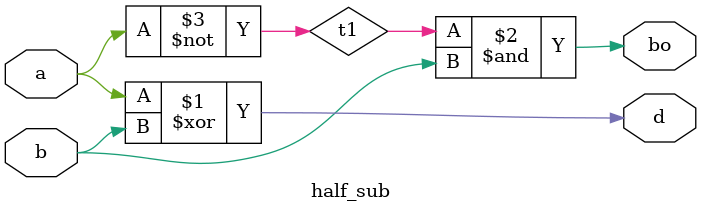
<source format=v>
`timescale 1ns / 1ps
module half_sub(a,b,bo,d);
input a,b;
output bo,d;
wire t1;

xor x1(d,a,b);
not n1(t1,a);
and a1(bo,t1,b);

endmodule

</source>
